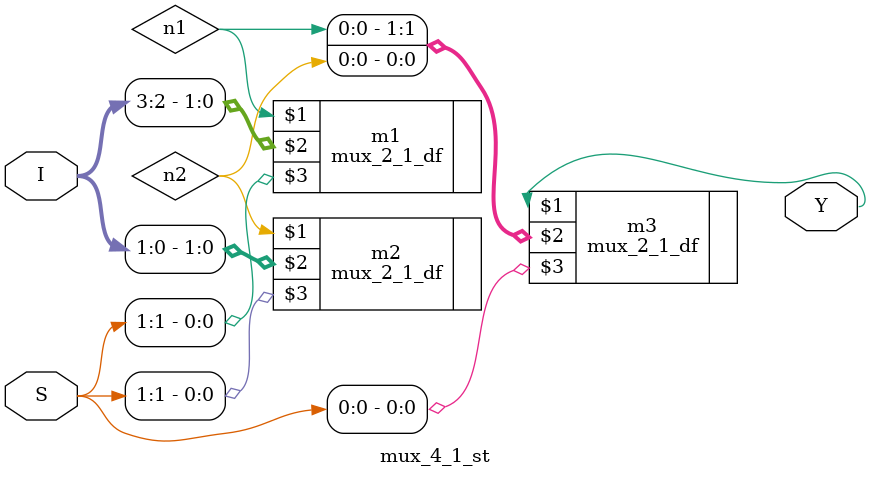
<source format=v>
/**************************************************
 P1.1 4:1 MULTIPLEXER STRUCTURAL
 ************************************************/

 module mux_4_1_st(Y,I,S);
 	input [3:0]I;
 	input [1:0]S;
 	output Y;

 	mux_2_1_df m1(n1,I[3:2],S[1]);
 	mux_2_1_df m2(n2,I[1:0],S[1]);
 	mux_2_1_df m3(Y,{n1,n2},S[0]);


 endmodule
</source>
